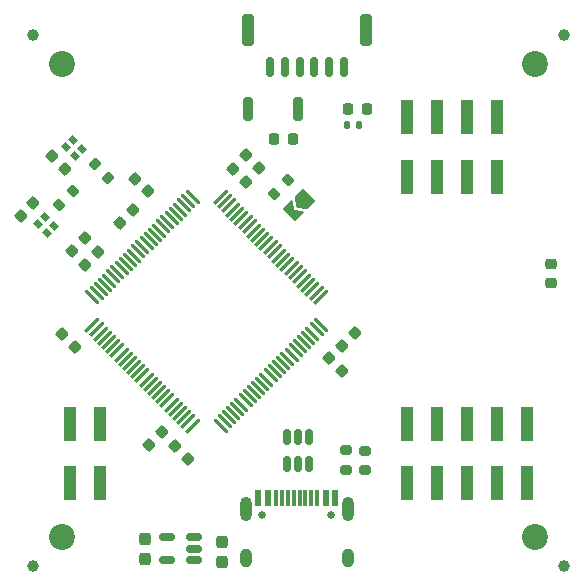
<source format=gts>
G04 #@! TF.GenerationSoftware,KiCad,Pcbnew,8.0.1*
G04 #@! TF.CreationDate,2025-02-17T15:06:08+05:00*
G04 #@! TF.ProjectId,brain_board,62726169-6e5f-4626-9f61-72642e6b6963,rev?*
G04 #@! TF.SameCoordinates,Original*
G04 #@! TF.FileFunction,Soldermask,Top*
G04 #@! TF.FilePolarity,Negative*
%FSLAX46Y46*%
G04 Gerber Fmt 4.6, Leading zero omitted, Abs format (unit mm)*
G04 Created by KiCad (PCBNEW 8.0.1) date 2025-02-17 15:06:08*
%MOMM*%
%LPD*%
G01*
G04 APERTURE LIST*
G04 Aperture macros list*
%AMRoundRect*
0 Rectangle with rounded corners*
0 $1 Rounding radius*
0 $2 $3 $4 $5 $6 $7 $8 $9 X,Y pos of 4 corners*
0 Add a 4 corners polygon primitive as box body*
4,1,4,$2,$3,$4,$5,$6,$7,$8,$9,$2,$3,0*
0 Add four circle primitives for the rounded corners*
1,1,$1+$1,$2,$3*
1,1,$1+$1,$4,$5*
1,1,$1+$1,$6,$7*
1,1,$1+$1,$8,$9*
0 Add four rect primitives between the rounded corners*
20,1,$1+$1,$2,$3,$4,$5,0*
20,1,$1+$1,$4,$5,$6,$7,0*
20,1,$1+$1,$6,$7,$8,$9,0*
20,1,$1+$1,$8,$9,$2,$3,0*%
%AMRotRect*
0 Rectangle, with rotation*
0 The origin of the aperture is its center*
0 $1 length*
0 $2 width*
0 $3 Rotation angle, in degrees counterclockwise*
0 Add horizontal line*
21,1,$1,$2,0,0,$3*%
%AMFreePoly0*
4,1,6,0.499999,-0.750000,-0.649999,-0.750000,-0.150000,0.000000,-0.649999,0.750000,0.499999,0.750000,0.499999,-0.750000,0.499999,-0.750000,$1*%
%AMFreePoly1*
4,1,6,1.000000,0.000000,0.499999,-0.750000,-0.499999,-0.750000,-0.499999,0.750000,0.499999,0.750000,1.000000,0.000000,1.000000,0.000000,$1*%
G04 Aperture macros list end*
%ADD10R,1.000000X3.000000*%
%ADD11RoundRect,0.225000X-0.017678X0.335876X-0.335876X0.017678X0.017678X-0.335876X0.335876X-0.017678X0*%
%ADD12RoundRect,0.200000X-0.053033X0.335876X-0.335876X0.053033X0.053033X-0.335876X0.335876X-0.053033X0*%
%ADD13RoundRect,0.225000X0.225000X0.250000X-0.225000X0.250000X-0.225000X-0.250000X0.225000X-0.250000X0*%
%ADD14RotRect,0.500000X0.600000X45.000000*%
%ADD15RoundRect,0.225000X0.335876X0.017678X0.017678X0.335876X-0.335876X-0.017678X-0.017678X-0.335876X0*%
%ADD16RoundRect,0.147500X-0.147500X-0.172500X0.147500X-0.172500X0.147500X0.172500X-0.147500X0.172500X0*%
%ADD17RoundRect,0.200000X0.275000X-0.200000X0.275000X0.200000X-0.275000X0.200000X-0.275000X-0.200000X0*%
%ADD18C,2.200000*%
%ADD19RoundRect,0.225000X0.017678X-0.335876X0.335876X-0.017678X-0.017678X0.335876X-0.335876X0.017678X0*%
%ADD20RoundRect,0.250000X0.250000X1.100000X-0.250000X1.100000X-0.250000X-1.100000X0.250000X-1.100000X0*%
%ADD21RoundRect,0.150000X0.150000X0.700000X-0.150000X0.700000X-0.150000X-0.700000X0.150000X-0.700000X0*%
%ADD22RoundRect,0.225000X-0.335876X-0.017678X-0.017678X-0.335876X0.335876X0.017678X0.017678X0.335876X0*%
%ADD23RoundRect,0.200000X0.053033X-0.335876X0.335876X-0.053033X-0.053033X0.335876X-0.335876X0.053033X0*%
%ADD24C,1.000000*%
%ADD25RoundRect,0.225000X0.250000X-0.225000X0.250000X0.225000X-0.250000X0.225000X-0.250000X-0.225000X0*%
%ADD26RoundRect,0.075000X-0.565685X-0.459619X-0.459619X-0.565685X0.565685X0.459619X0.459619X0.565685X0*%
%ADD27RoundRect,0.075000X-0.565685X0.459619X0.459619X-0.565685X0.565685X-0.459619X-0.459619X0.565685X0*%
%ADD28FreePoly0,225.000000*%
%ADD29FreePoly1,225.000000*%
%ADD30O,1.000000X1.600000*%
%ADD31O,1.000000X2.100000*%
%ADD32R,0.600000X1.450000*%
%ADD33R,0.300000X1.450000*%
%ADD34C,0.650000*%
%ADD35RoundRect,0.237500X-0.237500X0.300000X-0.237500X-0.300000X0.237500X-0.300000X0.237500X0.300000X0*%
%ADD36RoundRect,0.200000X0.335876X0.053033X0.053033X0.335876X-0.335876X-0.053033X-0.053033X-0.335876X0*%
%ADD37RoundRect,0.150000X0.150000X-0.512500X0.150000X0.512500X-0.150000X0.512500X-0.150000X-0.512500X0*%
%ADD38RoundRect,0.200000X-0.200000X-0.800000X0.200000X-0.800000X0.200000X0.800000X-0.200000X0.800000X0*%
%ADD39RoundRect,0.150000X0.512500X0.150000X-0.512500X0.150000X-0.512500X-0.150000X0.512500X-0.150000X0*%
G04 APERTURE END LIST*
D10*
X165702479Y-73169999D03*
X165702479Y-78209999D03*
X168242478Y-73169999D03*
X168242478Y-78209999D03*
X170782480Y-73169999D03*
X170782480Y-78209999D03*
X173322479Y-73169999D03*
X173322479Y-78209999D03*
D11*
X160172808Y-92516815D03*
X161268824Y-91420799D03*
D12*
X154427565Y-79665150D03*
X155594291Y-78498424D03*
D13*
X154450000Y-75025000D03*
X156000000Y-75025000D03*
D14*
X134993934Y-81628249D03*
X135771751Y-82406066D03*
X135206066Y-82971751D03*
X134428249Y-82193934D03*
D15*
X135636202Y-76465491D03*
X136732218Y-77561507D03*
D16*
X161585000Y-73825000D03*
X160615000Y-73825000D03*
D17*
X160500000Y-101375000D03*
X160500000Y-103025000D03*
D18*
X176487479Y-68675000D03*
D19*
X134048008Y-80451992D03*
X132951992Y-81548008D03*
D20*
X152225000Y-65750000D03*
X162175000Y-65750000D03*
D21*
X154075000Y-68950000D03*
X155325000Y-68950000D03*
X156575000Y-68950000D03*
X157825000Y-68950000D03*
X159075000Y-68950000D03*
X160325000Y-68950000D03*
D22*
X152041080Y-78622167D03*
X150945064Y-77526151D03*
D17*
X162100000Y-101400000D03*
X162100000Y-103050000D03*
D19*
X139525290Y-84561864D03*
X138429274Y-85657880D03*
D23*
X137403969Y-79399985D03*
X136237243Y-80566711D03*
D15*
X146012995Y-100984418D03*
X147109011Y-102080434D03*
D19*
X138393919Y-83430493D03*
X137297903Y-84526509D03*
D24*
X178987479Y-66175000D03*
D25*
X177900000Y-85625000D03*
X177900000Y-87175000D03*
D11*
X143820964Y-100949063D03*
X144916980Y-99853047D03*
D24*
X178987479Y-111175000D03*
D26*
X149884404Y-79930315D03*
X150237957Y-80283868D03*
X150591511Y-80637422D03*
X150945064Y-80990975D03*
X151298617Y-81344528D03*
X151652171Y-81698082D03*
X152005724Y-82051635D03*
X152359278Y-82405189D03*
X152712831Y-82758742D03*
X153066384Y-83112295D03*
X153419938Y-83465849D03*
X153773491Y-83819402D03*
X154127045Y-84172955D03*
X154480598Y-84526509D03*
X154834151Y-84880062D03*
X155187705Y-85233616D03*
X155541258Y-85587169D03*
X155894811Y-85940722D03*
X156248365Y-86294276D03*
X156601918Y-86647829D03*
X156955472Y-87001383D03*
X157309025Y-87354936D03*
X157662578Y-87708489D03*
X158016132Y-88062043D03*
X158369685Y-88415596D03*
D27*
X158369685Y-90784404D03*
X158016132Y-91137957D03*
X157662578Y-91491511D03*
X157309025Y-91845064D03*
X156955472Y-92198617D03*
X156601918Y-92552171D03*
X156248365Y-92905724D03*
X155894811Y-93259278D03*
X155541258Y-93612831D03*
X155187705Y-93966384D03*
X154834151Y-94319938D03*
X154480598Y-94673491D03*
X154127045Y-95027045D03*
X153773491Y-95380598D03*
X153419938Y-95734151D03*
X153066384Y-96087705D03*
X152712831Y-96441258D03*
X152359278Y-96794811D03*
X152005724Y-97148365D03*
X151652171Y-97501918D03*
X151298617Y-97855472D03*
X150945064Y-98209025D03*
X150591511Y-98562578D03*
X150237957Y-98916132D03*
X149884404Y-99269685D03*
D26*
X147515596Y-99269685D03*
X147162043Y-98916132D03*
X146808489Y-98562578D03*
X146454936Y-98209025D03*
X146101383Y-97855472D03*
X145747829Y-97501918D03*
X145394276Y-97148365D03*
X145040722Y-96794811D03*
X144687169Y-96441258D03*
X144333616Y-96087705D03*
X143980062Y-95734151D03*
X143626509Y-95380598D03*
X143272955Y-95027045D03*
X142919402Y-94673491D03*
X142565849Y-94319938D03*
X142212295Y-93966384D03*
X141858742Y-93612831D03*
X141505189Y-93259278D03*
X141151635Y-92905724D03*
X140798082Y-92552171D03*
X140444528Y-92198617D03*
X140090975Y-91845064D03*
X139737422Y-91491511D03*
X139383868Y-91137957D03*
X139030315Y-90784404D03*
D27*
X139030315Y-88415596D03*
X139383868Y-88062043D03*
X139737422Y-87708489D03*
X140090975Y-87354936D03*
X140444528Y-87001383D03*
X140798082Y-86647829D03*
X141151635Y-86294276D03*
X141505189Y-85940722D03*
X141858742Y-85587169D03*
X142212295Y-85233616D03*
X142565849Y-84880062D03*
X142919402Y-84526509D03*
X143272955Y-84172955D03*
X143626509Y-83819402D03*
X143980062Y-83465849D03*
X144333616Y-83112295D03*
X144687169Y-82758742D03*
X145040722Y-82405189D03*
X145394276Y-82051635D03*
X145747829Y-81698082D03*
X146101383Y-81344528D03*
X146454936Y-80990975D03*
X146808489Y-80637422D03*
X147162043Y-80283868D03*
X147515596Y-79930315D03*
D19*
X142477461Y-81008652D03*
X141381445Y-82104668D03*
D28*
X155983200Y-81079363D03*
D29*
X157008504Y-80054059D03*
D10*
X139667481Y-104170000D03*
X139667481Y-99130000D03*
X137127479Y-104170000D03*
X137127479Y-99130000D03*
D22*
X153172451Y-77490797D03*
X152076435Y-76394781D03*
D30*
X160645000Y-110525000D03*
D31*
X160645000Y-106345000D03*
D30*
X152005000Y-110525000D03*
D31*
X152005000Y-106345000D03*
D32*
X153075000Y-105430000D03*
X153874999Y-105430000D03*
D33*
X154575000Y-105430000D03*
X155575000Y-105430000D03*
X157075000Y-105430000D03*
X158075000Y-105430000D03*
D32*
X158775001Y-105430000D03*
X159575000Y-105430000D03*
X159575000Y-105430000D03*
X158775001Y-105430000D03*
D33*
X157575000Y-105430001D03*
X156575000Y-105430000D03*
X156075000Y-105430000D03*
X155075000Y-105430001D03*
D32*
X153874999Y-105430000D03*
X153075000Y-105430000D03*
D34*
X159215000Y-106875000D03*
X153435000Y-106875000D03*
D14*
X137368614Y-75086634D03*
X138146431Y-75864451D03*
X137580746Y-76430136D03*
X136802929Y-75652319D03*
D24*
X133987479Y-111175000D03*
D35*
X143500000Y-110562501D03*
X143500000Y-108837499D03*
D18*
X136487479Y-68675000D03*
D22*
X160172808Y-94673491D03*
X159076792Y-93577475D03*
D36*
X139224769Y-77154921D03*
X140391495Y-78321647D03*
D37*
X155500002Y-100262500D03*
X156450001Y-100262500D03*
X157400000Y-100262500D03*
X157400000Y-102537500D03*
X156450001Y-102537500D03*
X155500002Y-102537500D03*
D24*
X133987479Y-66175000D03*
D15*
X136467053Y-91509187D03*
X137563069Y-92605203D03*
D18*
X136487479Y-108675000D03*
D15*
X142654237Y-78357001D03*
X143750253Y-79453017D03*
D38*
X156450000Y-72500000D03*
X152250000Y-72500000D03*
D35*
X150000000Y-110862501D03*
X150000000Y-109137499D03*
D13*
X160700000Y-72475000D03*
X162250000Y-72475000D03*
D10*
X175855000Y-104170001D03*
X175855000Y-99129999D03*
X173315000Y-104170000D03*
X173315000Y-99130000D03*
X170775000Y-104170000D03*
X170775000Y-99130000D03*
X168235000Y-104170000D03*
X168235000Y-99130000D03*
X165695000Y-104170001D03*
X165695000Y-99129999D03*
D39*
X145362500Y-110649999D03*
X145362500Y-108750001D03*
X147637500Y-108750001D03*
X147637500Y-109700000D03*
X147637500Y-110649999D03*
D18*
X176487479Y-108675000D03*
M02*

</source>
